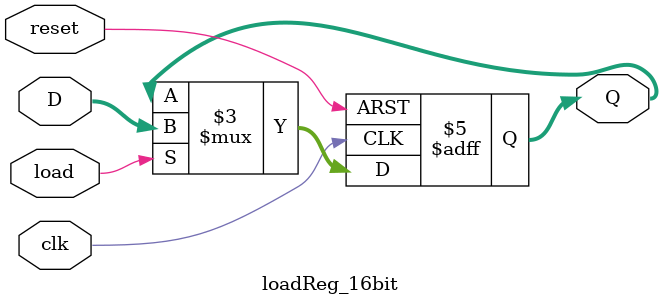
<source format=v>
`timescale 1ns / 1ps

module loadReg_16bit(
    input clk,          // 100MHz clock
    input reset,        // Asynchronous reset with synchronous de-assertion
    input load,         // load enable for flop
    input [15:0] D,     // holding value
    output reg [15:0] Q // output value
    );
    
    // Sequential logic
    always@(posedge clk, posedge reset)
        if(reset)       // if reset
            Q <= 16'b0; // Q <= 0
        else if(load)   // else if load
            Q <= D;     // Q <= D
        else            // else
            Q <= Q;     // Q <= Q
            
endmodule

</source>
